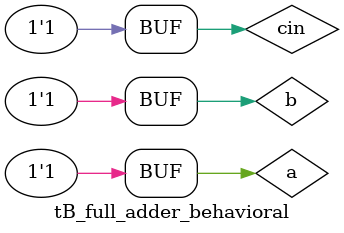
<source format=v>
module tB_full_adder_behavioral();
  
    // Declare variables and nets for module ports
    reg a;
    reg b;
    reg cin;
    wire sum;
    wire cout;  
  
    // Instantiate the module
    full_adder_behavioral FULL_ADD(
        .a(a),
        .b(b),
        .carry_in(cin),
        .sum(sum),
        .carry_out(cout)
        );
  
    // Generate stimulus and monitor module ports
    initial begin
      $monitor("a=%b, b=%b, carry_in=%0b, sum=%b, carry_out=%b", a, b, cin, sum, cout);
    end  
  
    initial begin
        #1; a = 0; b = 0; cin = 0;
        #1; a = 0; b = 0; cin = 1;
        #1; a = 0; b = 1; cin = 0;
        #1; a = 0; b = 1; cin = 1;
        #1; a = 1; b = 0; cin = 0;
        #1; a = 1; b = 0; cin = 1;
        #1; a = 1; b = 1; cin = 0;
        #1; a = 1; b = 1; cin = 1;
    end
  
endmodule

/*
# a=x, b=x, carry_in=x, sum=x, carry_out=x
# a=0, b=0, carry_in=0, sum=0, carry_out=0
# a=0, b=0, carry_in=1, sum=1, carry_out=0
# a=0, b=1, carry_in=0, sum=1, carry_out=0
# a=0, b=1, carry_in=1, sum=0, carry_out=1
# a=1, b=0, carry_in=0, sum=1, carry_out=0
# a=1, b=0, carry_in=1, sum=0, carry_out=1
# a=1, b=1, carry_in=0, sum=0, carry_out=1
# a=1, b=1, carry_in=1, sum=1, carry_out=1
*/
</source>
